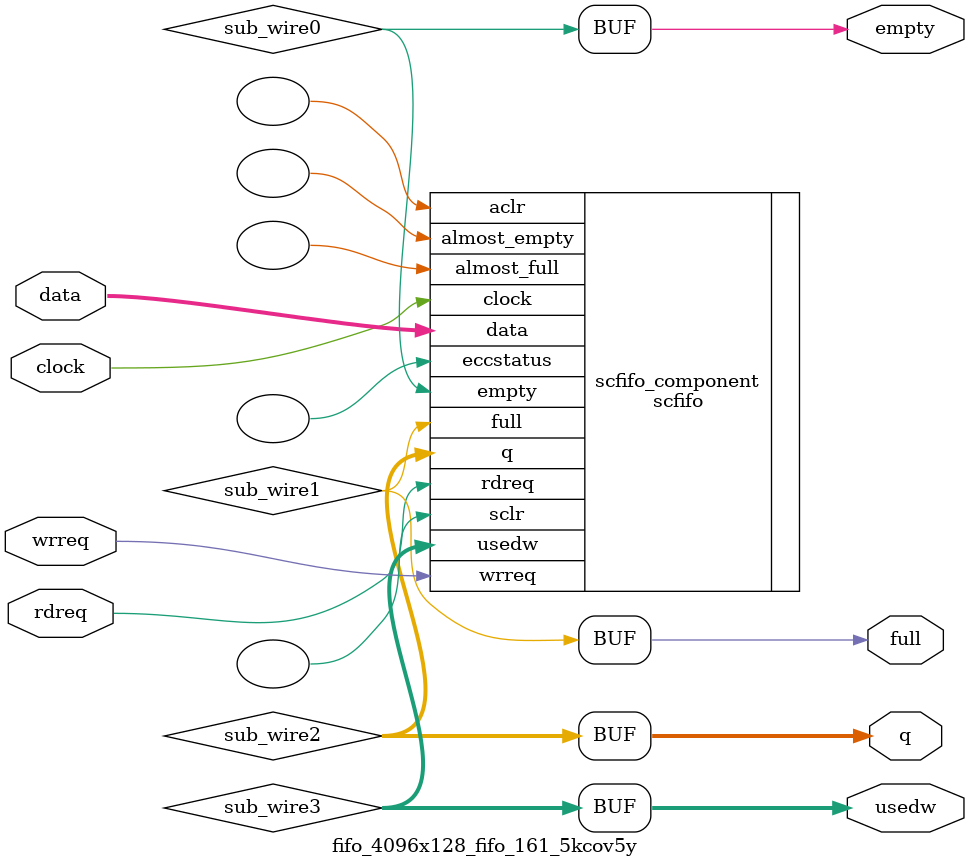
<source format=v>



`timescale 1 ps / 1 ps
// synopsys translate_on
module  fifo_4096x128_fifo_161_5kcov5y  (
    clock,
    data,
    rdreq,
    wrreq,
    empty,
    full,
    q,
    usedw);

    input    clock;
    input  [127:0]  data;
    input    rdreq;
    input    wrreq;
    output   empty;
    output   full;
    output [127:0]  q;
    output [12:0]  usedw;

    wire  sub_wire0;
    wire  sub_wire1;
    wire [127:0] sub_wire2;
    wire [12:0] sub_wire3;
    wire  empty = sub_wire0;
    wire  full = sub_wire1;
    wire [127:0] q = sub_wire2[127:0];
    wire [12:0] usedw = sub_wire3[12:0];

    scfifo  scfifo_component (
                .clock (clock),
                .data (data),
                .rdreq (rdreq),
                .wrreq (wrreq),
                .empty (sub_wire0),
                .full (sub_wire1),
                .q (sub_wire2),
                .usedw (sub_wire3),
                .aclr (),
                .almost_empty (),
                .almost_full (),
                .eccstatus (),
                .sclr ());
    defparam
        scfifo_component.add_ram_output_register  = "OFF",
        scfifo_component.enable_ecc  = "FALSE",
        scfifo_component.intended_device_family  = "Arria 10",
        scfifo_component.lpm_numwords  = 8192,
        scfifo_component.lpm_showahead  = "OFF",
        scfifo_component.lpm_type  = "scfifo",
        scfifo_component.lpm_width  = 128,
        scfifo_component.lpm_widthu  = 13,
        scfifo_component.overflow_checking  = "ON",
        scfifo_component.underflow_checking  = "ON",
        scfifo_component.use_eab  = "ON";


endmodule



</source>
